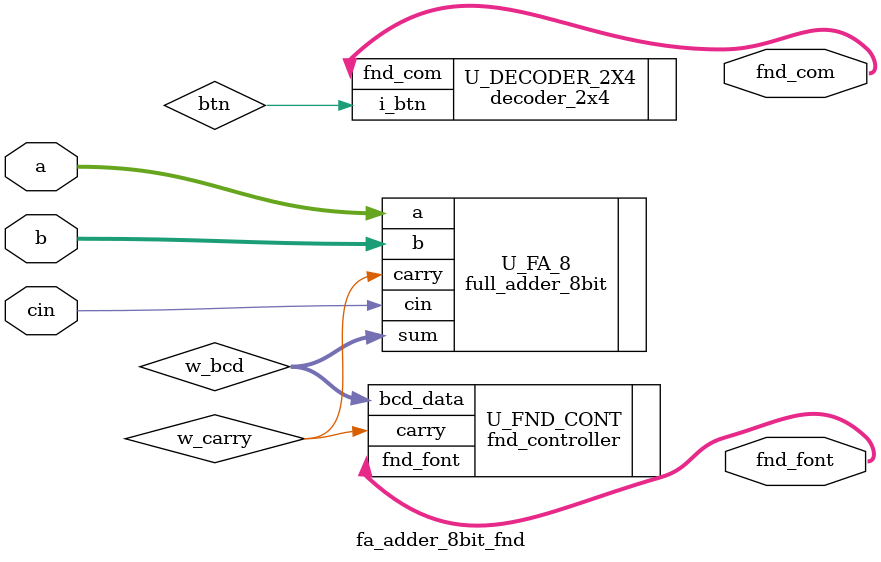
<source format=v>
`timescale 1ns / 1ps



module fa_adder_8bit_fnd(
    input [7:0] a, b,
    input cin,
    output [7:0]fnd_font,
    output [3:0]fnd_com
);


wire [7:0]w_bcd;
wire w_carry;


decoder_2x4 U_DECODER_2X4(
    .i_btn(btn), .fnd_com(fnd_com)
);



full_adder_8bit U_FA_8(
    .a(a), .b(b), .cin(cin),
    .sum(w_bcd), .carry(w_carry) 
);


fnd_controller U_FND_CONT(
    .bcd_data(w_bcd), .carry(w_carry), .fnd_font(fnd_font)
);






endmodule


</source>
